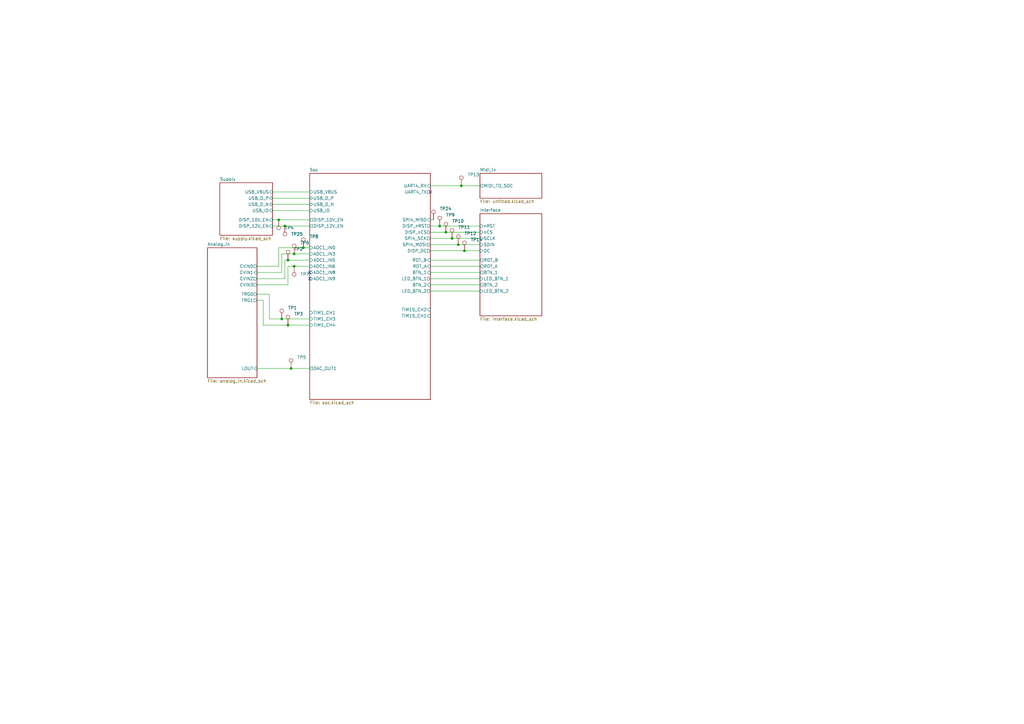
<source format=kicad_sch>
(kicad_sch (version 20231120) (generator "eeschema") (generator_version "8.0")
  (paper "A3")
  (lib_symbols
    (symbol "Connector:TestPoint" (pin_numbers hide) (pin_names (offset 0.762) hide)
      (property "Reference" "TP" (at 0 6.858 0))
      (property "Value" "TestPoint" (at 0 5.08 0))
      (symbol "TestPoint_0_1"
        (circle (center 0 3.302) (radius 0.762))
      )
      (symbol "TestPoint_1_1"
        (pin passive line (at 0 0 90) (length 2.54) (name "1") (number "1"))
      )
    )
  )
  (junction (at 115.57 130.81))
  (junction (at 187.96 100.33))
  (junction (at 118.11 133.35))
  (junction (at 185.42 97.79))
  (junction (at 116.84 92.71))
  (junction (at 118.11 106.68))
  (junction (at 180.34 92.71))
  (junction (at 182.88 95.25))
  (junction (at 189.23 76.2))
  (junction (at 190.5 102.87))
  (junction (at 119.38 151.13))
  (junction (at 120.65 109.22))
  (junction (at 114.3 90.17))
  (junction (at 124.46 101.6))
  (junction (at 120.65 104.14))
  (no_connect (at 127 114.3))
  (no_connect (at 127 111.76))
  (no_connect (at 176.53 78.74))
  (wire (pts (xy 107.95 123.19) (xy 107.95 133.35)))
  (wire (pts (xy 105.41 109.22) (xy 114.3 109.22)))
  (wire (pts (xy 176.53 109.22) (xy 196.85 109.22)))
  (wire (pts (xy 111.76 92.71) (xy 116.84 92.71)))
  (wire (pts (xy 115.57 130.81) (xy 110.49 130.81)))
  (wire (pts (xy 189.23 76.2) (xy 196.85 76.2)))
  (wire (pts (xy 176.53 106.68) (xy 196.85 106.68)))
  (wire (pts (xy 118.11 133.35) (xy 127 133.35)))
  (wire (pts (xy 176.53 102.87) (xy 190.5 102.87)))
  (wire (pts (xy 182.88 95.25) (xy 196.85 95.25)))
  (wire (pts (xy 176.53 114.3) (xy 196.85 114.3)))
  (wire (pts (xy 118.11 109.22) (xy 120.65 109.22)))
  (wire (pts (xy 176.53 97.79) (xy 185.42 97.79)))
  (wire (pts (xy 176.53 76.2) (xy 189.23 76.2)))
  (wire (pts (xy 111.76 86.36) (xy 127 86.36)))
  (wire (pts (xy 127 130.81) (xy 115.57 130.81)))
  (wire (pts (xy 111.76 81.28) (xy 127 81.28)))
  (wire (pts (xy 114.3 109.22) (xy 114.3 101.6)))
  (wire (pts (xy 107.95 133.35) (xy 118.11 133.35)))
  (wire (pts (xy 176.53 116.84) (xy 196.85 116.84)))
  (wire (pts (xy 118.11 106.68) (xy 127 106.68)))
  (wire (pts (xy 116.84 114.3) (xy 116.84 106.68)))
  (wire (pts (xy 107.95 123.19) (xy 105.41 123.19)))
  (wire (pts (xy 119.38 151.13) (xy 127 151.13)))
  (wire (pts (xy 105.41 114.3) (xy 116.84 114.3)))
  (wire (pts (xy 115.57 104.14) (xy 120.65 104.14)))
  (wire (pts (xy 114.3 90.17) (xy 127 90.17)))
  (wire (pts (xy 176.53 100.33) (xy 187.96 100.33)))
  (wire (pts (xy 176.53 119.38) (xy 196.85 119.38)))
  (wire (pts (xy 111.76 90.17) (xy 114.3 90.17)))
  (wire (pts (xy 115.57 111.76) (xy 115.57 104.14)))
  (wire (pts (xy 187.96 100.33) (xy 196.85 100.33)))
  (wire (pts (xy 118.11 116.84) (xy 118.11 109.22)))
  (wire (pts (xy 120.65 109.22) (xy 127 109.22)))
  (wire (pts (xy 185.42 97.79) (xy 196.85 97.79)))
  (wire (pts (xy 111.76 83.82) (xy 127 83.82)))
  (wire (pts (xy 124.46 101.6) (xy 127 101.6)))
  (wire (pts (xy 176.53 92.71) (xy 180.34 92.71)))
  (wire (pts (xy 110.49 120.65) (xy 110.49 130.81)))
  (wire (pts (xy 180.34 92.71) (xy 196.85 92.71)))
  (wire (pts (xy 114.3 101.6) (xy 124.46 101.6)))
  (wire (pts (xy 105.41 116.84) (xy 118.11 116.84)))
  (wire (pts (xy 111.76 78.74) (xy 127 78.74)))
  (wire (pts (xy 120.65 104.14) (xy 127 104.14)))
  (wire (pts (xy 116.84 92.71) (xy 127 92.71)))
  (wire (pts (xy 105.41 120.65) (xy 110.49 120.65)))
  (wire (pts (xy 105.41 151.13) (xy 119.38 151.13)))
  (wire (pts (xy 190.5 102.87) (xy 196.85 102.87)))
  (wire (pts (xy 176.53 111.76) (xy 196.85 111.76)))
  (wire (pts (xy 176.53 90.17) (xy 177.8 90.17)))
  (wire (pts (xy 105.41 111.76) (xy 115.57 111.76)))
  (wire (pts (xy 176.53 95.25) (xy 182.88 95.25)))
  (wire (pts (xy 116.84 106.68) (xy 118.11 106.68)))
  (symbol (lib_id "Connector:TestPoint") (at 124.46 101.6 0) (unit 1) (exclude_from_sim yes)
    (property "Reference" "TP8" (at 127 97.0279 0) (effects (justify left)))
    (property "Value" "TestPoint" (effects (hide yes)))
    (property "Footprint" "TestPoint:TestPoint_Pad_D1.0mm" (effects (hide yes)))
    (property "Description" "test point" (effects (hide yes)))
    (property "RefNum" "_na_" (effects (hide yes)))
  )
  (symbol (lib_id "Connector:TestPoint") (at 187.96 100.33 0) (unit 1) (exclude_from_sim yes)
    (property "Reference" "TP12" (at 190.5 95.7579 0) (effects (justify left)))
    (property "Value" "TestPoint" (effects (hide yes)))
    (property "Footprint" "TestPoint:TestPoint_Pad_D1.0mm" (effects (hide yes)))
    (property "Description" "test point" (effects (hide yes)))
    (property "RefNum" "_na_" (effects (hide yes)))
  )
  (symbol (lib_id "Connector:TestPoint") (at 185.42 97.79 0) (unit 1) (exclude_from_sim yes)
    (property "Reference" "TP11" (at 187.96 93.2179 0) (effects (justify left)))
    (property "Value" "TestPoint" (effects (hide yes)))
    (property "Footprint" "TestPoint:TestPoint_Pad_D1.0mm" (effects (hide yes)))
    (property "Description" "test point" (effects (hide yes)))
    (property "RefNum" "_na_" (effects (hide yes)))
  )
  (symbol (lib_id "Connector:TestPoint") (at 118.11 133.35 0) (unit 1) (exclude_from_sim yes)
    (property "Reference" "TP3" (at 120.65 128.7779 0) (effects (justify left)))
    (property "Value" "TestPoint" (effects (hide yes)))
    (property "Footprint" "TestPoint:TestPoint_Pad_D1.0mm" (effects (hide yes)))
    (property "Description" "test point" (effects (hide yes)))
    (property "RefNum" "_na_" (effects (hide yes)))
  )
  (symbol (lib_id "Connector:TestPoint") (at 115.57 130.81 0) (unit 1) (exclude_from_sim yes)
    (property "Reference" "TP1" (at 118.11 126.2379 0) (effects (justify left)))
    (property "Value" "TestPoint" (effects (hide yes)))
    (property "Footprint" "TestPoint:TestPoint_Pad_D1.0mm" (effects (hide yes)))
    (property "Description" "test point" (effects (hide yes)))
    (property "RefNum" "_na_" (effects (hide yes)))
  )
  (symbol (lib_id "Connector:TestPoint") (at 119.38 151.13 0) (unit 1) (exclude_from_sim yes)
    (property "Reference" "TP5" (at 121.92 146.5579 0) (effects (justify left)))
    (property "Value" "TestPoint" (effects (hide yes)))
    (property "Footprint" "TestPoint:TestPoint_Pad_D1.0mm" (effects (hide yes)))
    (property "Description" "test point" (effects (hide yes)))
    (property "RefNum" "_na_" (effects (hide yes)))
  )
  (symbol (lib_id "Connector:TestPoint") (at 120.65 109.22 180) (unit 1) (exclude_from_sim yes)
    (property "Reference" "TP7" (at 123.19 112.5219 0) (effects (justify right)))
    (property "Value" "TestPoint" (effects (hide yes)))
    (property "Footprint" "TestPoint:TestPoint_Pad_D1.0mm" (effects (hide yes)))
    (property "Description" "test point" (effects (hide yes)))
    (property "RefNum" "_na_" (effects (hide yes)))
  )
  (symbol (lib_id "Connector:TestPoint") (at 114.3 90.17 180) (unit 1) (exclude_from_sim yes)
    (property "Reference" "TP4" (at 116.84 93.4719 0) (effects (justify right)))
    (property "Value" "TestPoint" (effects (hide yes)))
    (property "Footprint" "TestPoint:TestPoint_Pad_D1.0mm" (effects (hide yes)))
    (property "Description" "test point" (effects (hide yes)))
    (property "RefNum" "_na_" (effects (hide yes)))
  )
  (symbol (lib_id "Connector:TestPoint") (at 180.34 92.71 0) (unit 1) (exclude_from_sim yes)
    (property "Reference" "TP9" (at 182.88 88.1379 0) (effects (justify left)))
    (property "Value" "TestPoint" (effects (hide yes)))
    (property "Footprint" "TestPoint:TestPoint_Pad_D1.0mm" (effects (hide yes)))
    (property "Description" "test point" (effects (hide yes)))
    (property "RefNum" "_na_" (effects (hide yes)))
  )
  (symbol (lib_id "Connector:TestPoint") (at 116.84 92.71 180) (unit 1) (exclude_from_sim yes)
    (property "Reference" "TP25" (at 119.38 96.0119 0) (effects (justify right)))
    (property "Value" "TestPoint" (effects (hide yes)))
    (property "Footprint" "TestPoint:TestPoint_Pad_D1.0mm" (effects (hide yes)))
    (property "Description" "test point" (effects (hide yes)))
    (property "RefNum" "_na_" (effects (hide yes)))
  )
  (symbol (lib_id "Connector:TestPoint") (at 118.11 106.68 0) (unit 1) (exclude_from_sim yes)
    (property "Reference" "TP2" (at 120.65 102.1079 0) (effects (justify left)))
    (property "Value" "TestPoint" (effects (hide yes)))
    (property "Footprint" "TestPoint:TestPoint_Pad_D1.0mm" (effects (hide yes)))
    (property "Description" "test point" (effects (hide yes)))
    (property "RefNum" "_na_" (effects (hide yes)))
  )
  (symbol (lib_id "Connector:TestPoint") (at 120.65 104.14 0) (unit 1) (exclude_from_sim yes)
    (property "Reference" "TP6" (at 123.19 99.5679 0) (effects (justify left)))
    (property "Value" "TestPoint" (effects (hide yes)))
    (property "Footprint" "TestPoint:TestPoint_Pad_D1.0mm" (effects (hide yes)))
    (property "Description" "test point" (effects (hide yes)))
    (property "RefNum" "_na_" (effects (hide yes)))
  )
  (symbol (lib_id "Connector:TestPoint") (at 189.23 76.2 0) (unit 1) (exclude_from_sim yes)
    (property "Reference" "TP13" (at 191.77 71.6279 0) (effects (justify left)))
    (property "Value" "TestPoint" (effects (hide yes)))
    (property "Footprint" "TestPoint:TestPoint_Pad_D1.0mm" (effects (hide yes)))
    (property "Description" "test point" (effects (hide yes)))
    (property "RefNum" "_na_" (effects (hide yes)))
  )
  (symbol (lib_id "Connector:TestPoint") (at 190.5 102.87 0) (unit 1) (exclude_from_sim yes)
    (property "Reference" "TP14" (at 193.04 98.2979 0) (effects (justify left)))
    (property "Value" "TestPoint" (effects (hide yes)))
    (property "Footprint" "TestPoint:TestPoint_Pad_D1.0mm" (effects (hide yes)))
    (property "Description" "test point" (effects (hide yes)))
    (property "RefNum" "_na_" (effects (hide yes)))
  )
  (symbol (lib_id "Connector:TestPoint") (at 182.88 95.25 0) (unit 1) (exclude_from_sim yes)
    (property "Reference" "TP10" (at 185.42 90.6779 0) (effects (justify left)))
    (property "Value" "TestPoint" (effects (hide yes)))
    (property "Footprint" "TestPoint:TestPoint_Pad_D1.0mm" (effects (hide yes)))
    (property "Description" "test point" (effects (hide yes)))
    (property "RefNum" "_na_" (effects (hide yes)))
  )
  (symbol (lib_id "Connector:TestPoint") (at 177.8 90.17 0) (unit 1) (exclude_from_sim yes)
    (property "Reference" "TP24" (at 180.34 85.5979 0) (effects (justify left)))
    (property "Value" "TestPoint" (effects (hide yes)))
    (property "Footprint" "TestPoint:TestPoint_Pad_D1.0mm" (effects (hide yes)))
    (property "Description" "test point" (effects (hide yes)))
    (property "RefNum" "_na_" (effects (hide yes)))
  )
  (sheet (at 90.17 74.93) (size 21.59 21.59) (stroke (width 0.1524))
    (property "Sheetname" "Supply" (at 90.17 74.2184 0) (effects (justify left bottom)))
    (property "Sheetfile" "supply.kicad_sch" (at 90.17 97.1046 0) (effects (justify left top)))
    (pin "USB_VBUS" input (at 111.76 78.74 0))
    (pin "USB_ID" input (at 111.76 86.36 0))
    (pin "USB_D_P" bidirectional (at 111.76 81.28 0))
    (pin "USB_D_N" bidirectional (at 111.76 83.82 0))
    (pin "DISP_10V_EN" input (at 111.76 90.17 0))
    (pin "DISP_12V_EN" input (at 111.76 92.71 0))
  )
  (sheet (at 85.09 101.6) (size 20.32 53.34) (stroke (width 0.1524))
    (property "Sheetname" "Analog_in" (at 85.09 100.8884 0) (effects (justify left bottom)))
    (property "Sheetfile" "analog_in.kicad_sch" (at 85.09 155.5246 0) (effects (justify left top)))
    (pin "CVIN1" input (at 105.41 111.76 0))
    (pin "CVIN2" output (at 105.41 114.3 0))
    (pin "TRG0" output (at 105.41 120.65 0))
    (pin "CVIN3" output (at 105.41 116.84 0))
    (pin "CVIN0" output (at 105.41 109.22 0))
    (pin "LOUT" input (at 105.41 151.13 0))
    (pin "TRG1" output (at 105.41 123.19 0))
  )
  (sheet (at 196.85 87.63) (size 25.4 41.91) (stroke (width 0.1524))
    (property "Sheetname" "Interface" (at 196.85 86.9184 0) (effects (justify left bottom)))
    (property "Sheetfile" "interface.kicad_sch" (at 196.85 130.1246 0) (effects (justify left top)))
    (pin "nRST" input (at 196.85 92.71 180))
    (pin "DC" input (at 196.85 102.87 180))
    (pin "nCS" input (at 196.85 95.25 180))
    (pin "SCLK" input (at 196.85 97.79 180))
    (pin "SDIN" input (at 196.85 100.33 180))
    (pin "ROT_B" output (at 196.85 106.68 180))
    (pin "ROT_A" output (at 196.85 109.22 180))
    (pin "BTN_1" output (at 196.85 111.76 180))
    (pin "LED_BTN_1" input (at 196.85 114.3 180))
    (pin "BTN_2" output (at 196.85 116.84 180))
    (pin "LED_BTN_2" input (at 196.85 119.38 180))
  )
  (sheet (at 127 71.12) (size 49.53 92.71) (stroke (width 0.1524))
    (property "Sheetname" "Soc" (at 127 70.4084 0) (effects (justify left bottom)))
    (property "Sheetfile" "soc.kicad_sch" (at 127 164.4146 0) (effects (justify left top)))
    (pin "USB_VBUS" input (at 127 78.74 180))
    (pin "USB_D_N" bidirectional (at 127 83.82 180))
    (pin "USB_D_P" bidirectional (at 127 81.28 180))
    (pin "USB_ID" input (at 127 86.36 180))
    (pin "ADC1_IN9" input (at 127 114.3 180))
    (pin "ADC1_IN8" input (at 127 111.76 180))
    (pin "ADC1_IN0" input (at 127 101.6 180))
    (pin "ADC1_IN3" input (at 127 104.14 180))
    (pin "ADC1_IN5" input (at 127 106.68 180))
    (pin "ADC1_IN6" input (at 127 109.22 180))
    (pin "DAC_OUT1" output (at 127 151.13 180))
    (pin "TIM1_CH3" input (at 127 130.81 180))
    (pin "DISP_10V_EN" output (at 127 90.17 180))
    (pin "DISP_DC" output (at 176.53 102.87 0))
    (pin "DISP_nRST" output (at 176.53 92.71 0))
    (pin "SPI4_MOSI" output (at 176.53 100.33 0))
    (pin "SPI4_SCK" output (at 176.53 97.79 0))
    (pin "SPI4_MISO" input (at 176.53 90.17 0))
    (pin "DISP_nCS" output (at 176.53 95.25 0))
    (pin "UART4_TX" output (at 176.53 78.74 0))
    (pin "UART4_RX" input (at 176.53 76.2 0))
    (pin "TIM1_CH1" input (at 127 128.27 180))
    (pin "TIM15_CH2" input (at 176.53 127 0))
    (pin "TIM15_CH1" input (at 176.53 129.54 0))
    (pin "ROT_A" input (at 176.53 109.22 0))
    (pin "ROT_B" input (at 176.53 106.68 0))
    (pin "BTN_1" input (at 176.53 111.76 0))
    (pin "LED_BTN_1" output (at 176.53 114.3 0))
    (pin "BTN_2" input (at 176.53 116.84 0))
    (pin "LED_BTN_2" output (at 176.53 119.38 0))
    (pin "DISP_12V_EN" output (at 127 92.71 180))
    (pin "TIM1_CH4" input (at 127 133.35 180))
  )
  (sheet (at 196.85 71.12) (size 25.4 10.16) (stroke (width 0.1524))
    (property "Sheetname" "Midi_in" (at 196.85 70.4084 0) (effects (justify left bottom)))
    (property "Sheetfile" "untitled.kicad_sch" (at 196.85 81.8646 0) (effects (justify left top)))
    (pin "MIDI_TO_SOC" output (at 196.85 76.2 180))
  )
)
</source>
